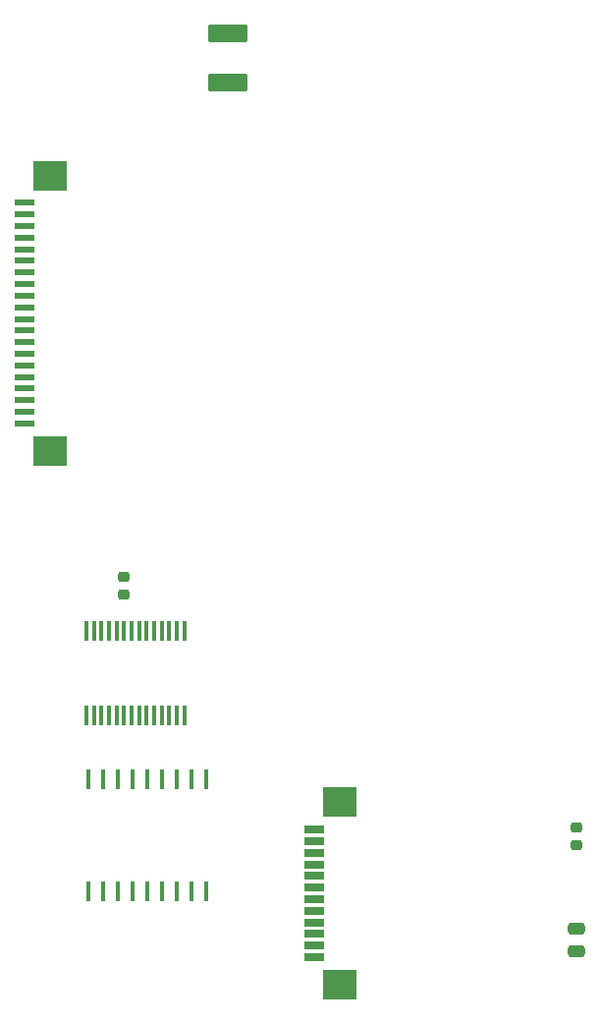
<source format=gbr>
%TF.GenerationSoftware,KiCad,Pcbnew,9.0.6*%
%TF.CreationDate,2025-12-05T19:34:27+03:00*%
%TF.ProjectId,PMCNV-RQx8,504d434e-562d-4525-9178-382e6b696361,rev?*%
%TF.SameCoordinates,Original*%
%TF.FileFunction,Paste,Top*%
%TF.FilePolarity,Positive*%
%FSLAX46Y46*%
G04 Gerber Fmt 4.6, Leading zero omitted, Abs format (unit mm)*
G04 Created by KiCad (PCBNEW 9.0.6) date 2025-12-05 19:34:27*
%MOMM*%
%LPD*%
G01*
G04 APERTURE LIST*
G04 Aperture macros list*
%AMRoundRect*
0 Rectangle with rounded corners*
0 $1 Rounding radius*
0 $2 $3 $4 $5 $6 $7 $8 $9 X,Y pos of 4 corners*
0 Add a 4 corners polygon primitive as box body*
4,1,4,$2,$3,$4,$5,$6,$7,$8,$9,$2,$3,0*
0 Add four circle primitives for the rounded corners*
1,1,$1+$1,$2,$3*
1,1,$1+$1,$4,$5*
1,1,$1+$1,$6,$7*
1,1,$1+$1,$8,$9*
0 Add four rect primitives between the rounded corners*
20,1,$1+$1,$2,$3,$4,$5,0*
20,1,$1+$1,$4,$5,$6,$7,0*
20,1,$1+$1,$6,$7,$8,$9,0*
20,1,$1+$1,$8,$9,$2,$3,0*%
G04 Aperture macros list end*
%ADD10R,0.431800X1.655601*%
%ADD11RoundRect,0.250000X0.475000X-0.250000X0.475000X0.250000X-0.475000X0.250000X-0.475000X-0.250000X0*%
%ADD12RoundRect,0.225000X-0.250000X0.225000X-0.250000X-0.225000X0.250000X-0.225000X0.250000X0.225000X0*%
%ADD13R,0.450800X1.716000*%
%ADD14RoundRect,0.225000X0.250000X-0.225000X0.250000X0.225000X-0.250000X0.225000X-0.250000X-0.225000X0*%
%ADD15RoundRect,0.250000X-1.450000X0.537500X-1.450000X-0.537500X1.450000X-0.537500X1.450000X0.537500X0*%
%ADD16R,1.803400X0.635000*%
%ADD17R,2.997200X2.590800*%
%ADD18R,1.800000X0.600000*%
%ADD19R,3.000000X2.600000*%
G04 APERTURE END LIST*
D10*
%TO.C,U6*%
X-22775000Y-7372199D03*
X-23425001Y-7372199D03*
X-24075000Y-7372199D03*
X-24725001Y-7372199D03*
X-25374999Y-7372199D03*
X-26025001Y-7372199D03*
X-26674999Y-7372199D03*
X-27324998Y-7372199D03*
X-27974999Y-7372199D03*
X-28624998Y-7372199D03*
X-29274999Y-7372199D03*
X-29924998Y-7372199D03*
X-30574999Y-7372199D03*
X-31224998Y-7372199D03*
X-31225000Y-14627801D03*
X-30574999Y-14627801D03*
X-29925000Y-14627801D03*
X-29274999Y-14627801D03*
X-28625001Y-14627801D03*
X-27974999Y-14627801D03*
X-27325001Y-14627801D03*
X-26674999Y-14627801D03*
X-26025001Y-14627801D03*
X-25374999Y-14627801D03*
X-24725001Y-14627801D03*
X-24075000Y-14627801D03*
X-23425001Y-14627801D03*
X-22775000Y-14627801D03*
%TD*%
D11*
%TO.C,C10*%
X11000000Y-34950000D03*
X11000000Y-33050000D03*
%TD*%
D12*
%TO.C,C7*%
X11000000Y-24310000D03*
X11000000Y-25860000D03*
%TD*%
D13*
%TO.C,U2*%
X-20920000Y-29850798D03*
X-22190000Y-29850798D03*
X-23460000Y-29850798D03*
X-24730000Y-29850798D03*
X-26000000Y-29850798D03*
X-27270000Y-29850798D03*
X-28540000Y-29850798D03*
X-29810000Y-29850798D03*
X-31080000Y-29850798D03*
X-31080000Y-20149202D03*
X-29810000Y-20149202D03*
X-28540000Y-20149202D03*
X-27270000Y-20149202D03*
X-26000000Y-20149202D03*
X-24730000Y-20149202D03*
X-23460000Y-20149202D03*
X-22190000Y-20149202D03*
X-20920000Y-20149202D03*
%TD*%
D14*
%TO.C,C2*%
X-28000000Y-4275000D03*
X-28000000Y-2725000D03*
%TD*%
D15*
%TO.C,C1*%
X-19000000Y44137500D03*
X-19000000Y39862500D03*
%TD*%
D16*
%TO.C,J3*%
X-11556000Y-35499992D03*
X-11556000Y-34499994D03*
X-11556000Y-33499996D03*
X-11556000Y-32499998D03*
X-11556000Y-31500000D03*
X-11556000Y-30500000D03*
X-11556000Y-29500000D03*
X-11556000Y-28500000D03*
X-11556000Y-27500002D03*
X-11556000Y-26500004D03*
X-11556000Y-25500006D03*
X-11556000Y-24500008D03*
D17*
X-9385999Y-37850003D03*
X-9385999Y-22149997D03*
%TD*%
D18*
%TO.C,JM1*%
X-36546000Y10500000D03*
X-36546000Y11500000D03*
X-36546000Y12500000D03*
X-36546000Y13500000D03*
X-36546000Y14500000D03*
X-36546000Y15500000D03*
X-36546000Y16500000D03*
X-36546000Y17500000D03*
X-36546000Y18500000D03*
X-36546000Y19500000D03*
X-36546000Y20500000D03*
X-36546000Y21500000D03*
X-36546000Y22500000D03*
X-36546000Y23500000D03*
X-36546000Y24500000D03*
X-36546000Y25500000D03*
X-36546000Y26500000D03*
X-36546000Y27500000D03*
X-36546000Y28500000D03*
X-36546000Y29500000D03*
D19*
X-34375000Y8150000D03*
X-34375000Y31850000D03*
%TD*%
M02*

</source>
